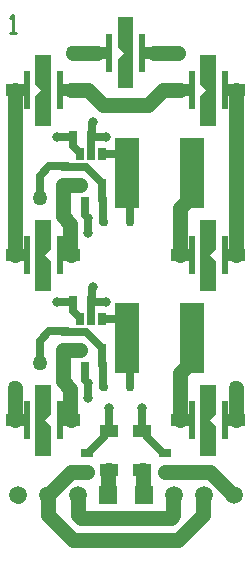
<source format=gtl>
G04*
G04 #@! TF.GenerationSoftware,Altium Limited,Altium Designer,20.1.14 (287)*
G04*
G04 Layer_Physical_Order=1*
G04 Layer_Color=255*
%FSLAX25Y25*%
%MOIN*%
G70*
G04*
G04 #@! TF.SameCoordinates,C01F18E2-E006-4B54-A768-756A2DF816C6*
G04*
G04*
G04 #@! TF.FilePolarity,Positive*
G04*
G01*
G75*
%ADD11C,0.01000*%
%ADD25R,0.03000X0.04000*%
%ADD26R,0.06000X0.04000*%
%ADD27R,0.07874X0.23622*%
%ADD28R,0.01968X0.12992*%
%ADD29R,0.05906X0.03937*%
%ADD30R,0.04000X0.03000*%
%ADD31R,0.01968X0.02953*%
%ADD32R,0.02756X0.03937*%
%ADD33C,0.02500*%
%ADD34C,0.05000*%
%ADD35C,0.03937*%
%ADD36C,0.05906*%
%ADD37R,0.05906X0.05906*%
%ADD38C,0.03150*%
%ADD39C,0.05000*%
G36*
X262559Y278189D02*
X257441D01*
Y288032D01*
X259409Y290000D01*
X257441Y291968D01*
Y301811D01*
X262559D01*
Y278189D01*
D02*
G37*
G36*
X290059Y265689D02*
X284941D01*
Y275532D01*
X286910Y277500D01*
X284941Y279468D01*
Y289311D01*
X290059D01*
Y265689D01*
D02*
G37*
G36*
X235059D02*
X229941D01*
Y275532D01*
X231909Y277500D01*
X229941Y279468D01*
Y289311D01*
X235059D01*
Y265689D01*
D02*
G37*
G36*
X290059Y224468D02*
X288090Y222500D01*
X290059Y220532D01*
Y210689D01*
X284941D01*
Y234311D01*
X290059D01*
Y224468D01*
D02*
G37*
G36*
X235059D02*
X233090Y222500D01*
X235059Y220532D01*
Y210689D01*
X229941D01*
Y234311D01*
X235059D01*
Y224468D01*
D02*
G37*
G36*
X290059Y169468D02*
X288090Y167500D01*
X290059Y165532D01*
Y155689D01*
X284941D01*
Y179311D01*
X290059D01*
Y169468D01*
D02*
G37*
G36*
X235059D02*
X233090Y167500D01*
X235059Y165532D01*
Y155689D01*
X229941D01*
Y179311D01*
X235059D01*
Y169468D01*
D02*
G37*
D11*
X221500Y296500D02*
X223499D01*
X222500D01*
Y302498D01*
X221500Y301498D01*
D25*
X242376Y207000D02*
D03*
X248624D02*
D03*
X242376Y262000D02*
D03*
X248624D02*
D03*
X252624Y240000D02*
D03*
X246376D02*
D03*
Y185000D02*
D03*
X252624D02*
D03*
D26*
X265500Y151000D02*
D03*
Y164000D02*
D03*
X254500Y151000D02*
D03*
Y164000D02*
D03*
D27*
X282000Y250000D02*
D03*
X260500D02*
D03*
Y195000D02*
D03*
X282000D02*
D03*
D28*
X293012Y167500D02*
D03*
X281988D02*
D03*
X293012Y222500D02*
D03*
X281988D02*
D03*
Y277500D02*
D03*
X293012D02*
D03*
X254488Y290000D02*
D03*
X265512D02*
D03*
X226988Y277500D02*
D03*
X238012D02*
D03*
Y222500D02*
D03*
X226988D02*
D03*
X238012Y167500D02*
D03*
X226988D02*
D03*
D29*
X278100D02*
D03*
X296900D02*
D03*
X278100Y222500D02*
D03*
X296900D02*
D03*
Y277500D02*
D03*
X278100D02*
D03*
X269400Y290000D02*
D03*
X250600D02*
D03*
X241900Y277500D02*
D03*
X223100D02*
D03*
Y222500D02*
D03*
X241900D02*
D03*
X223100Y167500D02*
D03*
X241900D02*
D03*
D30*
X273000Y150376D02*
D03*
Y156624D02*
D03*
X247000D02*
D03*
Y150376D02*
D03*
X239000Y197124D02*
D03*
Y190876D02*
D03*
Y245876D02*
D03*
Y252124D02*
D03*
D31*
X252669Y178500D02*
D03*
X261331D02*
D03*
Y233500D02*
D03*
X252669D02*
D03*
D32*
X252240Y201118D02*
D03*
Y190882D02*
D03*
X244760Y201118D02*
D03*
X248500D02*
D03*
X244760Y190882D02*
D03*
X252240Y256118D02*
D03*
Y245882D02*
D03*
X244760Y256118D02*
D03*
X248500D02*
D03*
X244760Y245882D02*
D03*
D33*
X254500Y164000D02*
Y171500D01*
X247500Y156624D02*
X252750Y161874D01*
Y163250D02*
X253500Y164000D01*
X254500D01*
X247500Y175000D02*
Y180000D01*
X246626Y180874D02*
X247500Y180000D01*
X237000Y207000D02*
X242376D01*
X231500Y186500D02*
Y194000D01*
X234624Y197124D02*
X239000D01*
X231500Y194000D02*
X234624Y197124D01*
X231500Y241500D02*
Y249000D01*
X234624Y252124D01*
X239000D01*
X246626Y235874D02*
X247500Y235000D01*
Y230000D02*
Y235000D01*
X246626Y235874D02*
Y239750D01*
X242376Y207000D02*
X242626Y206750D01*
X248874Y207250D02*
Y211698D01*
X249000Y211824D02*
Y212000D01*
X248874Y211698D02*
X249000Y211824D01*
X265500Y164000D02*
Y171500D01*
X248624Y207000D02*
X253500D01*
X246376Y185000D02*
X246626Y184750D01*
Y180874D02*
Y184750D01*
X272500Y156624D02*
X273000D01*
X267250Y161874D02*
X272500Y156624D01*
X267250Y161874D02*
Y163250D01*
X266500Y164000D02*
X267250Y163250D01*
X265500Y164000D02*
X266500D01*
X247000Y156624D02*
X247500D01*
X252750Y161874D02*
Y163250D01*
X246376Y240000D02*
X246626Y239750D01*
X252646Y178523D02*
Y185477D01*
X248562Y261938D02*
X248624Y262000D01*
X248562Y256180D02*
Y261938D01*
X248500Y256118D02*
X248562Y256180D01*
X249000Y266824D02*
Y267000D01*
X248874Y266698D02*
X249000Y266824D01*
X248874Y262250D02*
Y266698D01*
X248624Y262000D02*
X248874Y262250D01*
X248624Y262000D02*
X253500D01*
X248624Y207000D02*
X248874Y207250D01*
X248562Y206938D02*
X248624Y207000D01*
X248562Y201180D02*
Y206938D01*
X248500Y201118D02*
X248562Y201180D01*
X237000Y262000D02*
X242376D01*
X242626Y261750D01*
X244760Y201118D02*
Y201709D01*
X242626Y203842D02*
X244760Y201709D01*
X242626Y203842D02*
Y206750D01*
X252585Y233415D02*
X252669Y233500D01*
X261331Y178500D02*
Y194169D01*
X260500Y195000D02*
X261331Y194169D01*
Y233500D02*
Y249169D01*
X260500Y250000D02*
X261331Y249169D01*
X252646Y233523D02*
X252669Y233500D01*
X252646Y233523D02*
Y239977D01*
X252624Y240000D02*
X252646Y239977D01*
Y178523D02*
X252669Y178500D01*
X258313Y256118D02*
X260500Y253931D01*
X252240Y256118D02*
X258313D01*
X244760D02*
Y256709D01*
X242626Y258842D02*
X244760Y256709D01*
X242626Y258842D02*
Y261750D01*
X239000Y252124D02*
X239224Y251900D01*
X246813D01*
X252240Y246472D01*
Y245882D02*
Y246472D01*
Y240883D02*
Y245882D01*
Y240883D02*
X252624Y240500D01*
Y240000D02*
Y240500D01*
X252240Y185883D02*
Y190882D01*
Y185883D02*
X252646Y185477D01*
X239000Y197124D02*
X239224Y196900D01*
X246813D01*
X252240Y191472D01*
Y190882D02*
Y191472D01*
Y201118D02*
X257813D01*
X260500Y198431D01*
Y195000D02*
Y198431D01*
Y250000D02*
Y253931D01*
D34*
X242500Y290000D02*
X250600D01*
X269400D02*
X277500D01*
X234173Y135827D02*
X242500Y127500D01*
X277500D01*
X285827Y135827D01*
Y142327D01*
X234173Y135827D02*
Y142327D01*
X234000Y142500D02*
X234173Y142327D01*
X223827Y142673D02*
X224000Y142500D01*
X234000D02*
X241876Y150376D01*
X247000D01*
X273000D02*
X288124D01*
X295827Y142673D01*
X254000Y142500D02*
X254250Y142750D01*
Y150750D01*
X254500Y151000D01*
X265750Y142750D02*
X266000Y142500D01*
X265750Y142750D02*
Y150750D01*
X265500Y151000D02*
X265750Y150750D01*
X296900Y167500D02*
Y178100D01*
X244173Y135827D02*
X245000Y135000D01*
X244000Y142500D02*
X244173Y142327D01*
Y135827D02*
Y142327D01*
X275000Y135000D02*
X275827Y135827D01*
Y142327D02*
X276000Y142500D01*
X275827Y135827D02*
Y142327D01*
X224000Y142500D02*
X224173Y142327D01*
X285827D02*
X286000Y142500D01*
X286000Y142500D02*
X286000Y142500D01*
X245000Y135000D02*
X275000D01*
X282000Y187126D02*
Y195000D01*
X278100Y183226D02*
X282000Y187126D01*
X278100Y167500D02*
Y183226D01*
X223100Y167500D02*
Y178100D01*
X239000Y180677D02*
X241646Y178032D01*
X239000Y180677D02*
Y190876D01*
X241646Y167754D02*
Y178032D01*
X223100Y222500D02*
Y277500D01*
X296900Y222500D02*
Y277500D01*
X239000Y190876D02*
X244754D01*
X244760Y190882D01*
X241646Y167754D02*
X241900Y167500D01*
X278100Y222500D02*
Y238226D01*
X282000Y242126D01*
Y250000D01*
X239000Y235678D02*
Y245876D01*
Y235678D02*
X241646Y233032D01*
Y222754D02*
Y233032D01*
Y222754D02*
X241900Y222500D01*
X239005Y245882D02*
X244760D01*
X239000Y245876D02*
X239005Y245882D01*
X247500Y277500D02*
X252500Y272500D01*
X267500D02*
X272500Y277500D01*
X252500Y272500D02*
X267500D01*
X241900Y277500D02*
X247500D01*
X272500D02*
X278100D01*
D35*
X287500Y163500D02*
D03*
Y171500D02*
D03*
Y218500D02*
D03*
Y226500D02*
D03*
Y281500D02*
D03*
Y273500D02*
D03*
X260000Y294000D02*
D03*
Y286000D02*
D03*
X232500Y281500D02*
D03*
Y273500D02*
D03*
Y218500D02*
D03*
Y226500D02*
D03*
Y163500D02*
D03*
Y171500D02*
D03*
D36*
X224000Y142500D02*
D03*
X234000D02*
D03*
X244000D02*
D03*
X296000D02*
D03*
X286000D02*
D03*
X276000D02*
D03*
D37*
X254000D02*
D03*
X266000D02*
D03*
D38*
X254500Y171500D02*
D03*
X247500Y175000D02*
D03*
X237000Y207000D02*
D03*
X247500Y230000D02*
D03*
Y235000D02*
D03*
X249000Y212000D02*
D03*
X265500Y171500D02*
D03*
X253500Y207000D02*
D03*
X247500Y180000D02*
D03*
X249000Y267000D02*
D03*
X253500Y262000D02*
D03*
X237000D02*
D03*
D39*
X242500Y290000D02*
D03*
X277500D02*
D03*
X231500Y186500D02*
D03*
Y241500D02*
D03*
X296900Y178100D02*
D03*
X223100D02*
D03*
M02*

</source>
